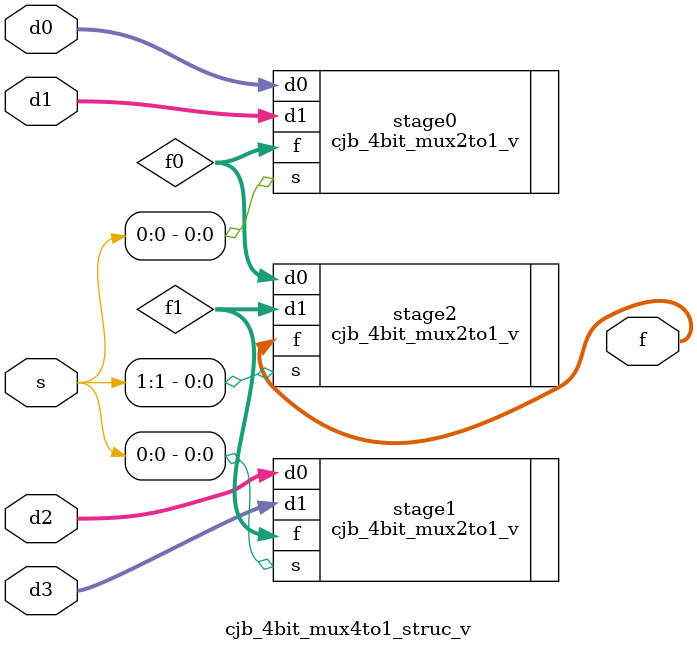
<source format=v>
module cjb_4bit_mux4to1_struc_v (d3, d2, d1, d0, s, f);

input	[3:0] d3, d2, d1, d0;
input [1:0] s;
output [3:0] f;
wire [3:0] f1, f0;

cjb_4bit_mux2to1_v stage0 (.d1 (d1), .d0 (d0), .s (s[0]), .f (f0));
cjb_4bit_mux2to1_v stage1 (.d1 (d3), .d0 (d2), .s (s[0]), .f (f1));
cjb_4bit_mux2to1_v stage2 (.d1 (f1), .d0 (f0), .s (s[1]), .f (f));

endmodule 
</source>
